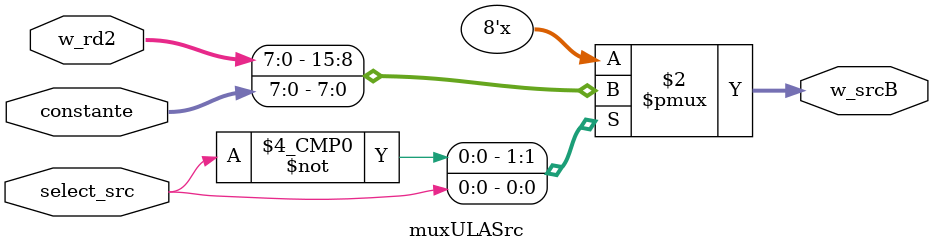
<source format=sv>
`timescale  1 ps / 1 ps

module muxULASrc(
    input logic select_src,
    input logic [7:0] w_rd2, constante,
    output logic [7:0] w_srcB
);
    always_comb begin
        
        case (select_src)
        1'b0 : w_srcB = w_rd2;
        1'b1 : w_srcB = constante;
    endcase

    end
endmodule
</source>
